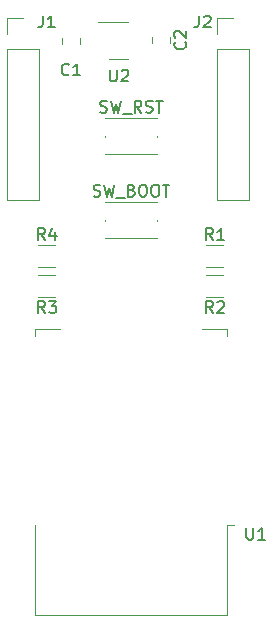
<source format=gbr>
%TF.GenerationSoftware,KiCad,Pcbnew,(6.0.5)*%
%TF.CreationDate,2022-06-15T23:30:51+02:00*%
%TF.ProjectId,picoESP12F,7069636f-4553-4503-9132-462e6b696361,rev?*%
%TF.SameCoordinates,Original*%
%TF.FileFunction,Legend,Top*%
%TF.FilePolarity,Positive*%
%FSLAX46Y46*%
G04 Gerber Fmt 4.6, Leading zero omitted, Abs format (unit mm)*
G04 Created by KiCad (PCBNEW (6.0.5)) date 2022-06-15 23:30:51*
%MOMM*%
%LPD*%
G01*
G04 APERTURE LIST*
%ADD10C,0.150000*%
%ADD11C,0.120000*%
G04 APERTURE END LIST*
D10*
%TO.C,SW_BOOT*%
X149233333Y-83298761D02*
X149376190Y-83346380D01*
X149614285Y-83346380D01*
X149709523Y-83298761D01*
X149757142Y-83251142D01*
X149804761Y-83155904D01*
X149804761Y-83060666D01*
X149757142Y-82965428D01*
X149709523Y-82917809D01*
X149614285Y-82870190D01*
X149423809Y-82822571D01*
X149328571Y-82774952D01*
X149280952Y-82727333D01*
X149233333Y-82632095D01*
X149233333Y-82536857D01*
X149280952Y-82441619D01*
X149328571Y-82394000D01*
X149423809Y-82346380D01*
X149661904Y-82346380D01*
X149804761Y-82394000D01*
X150138095Y-82346380D02*
X150376190Y-83346380D01*
X150566666Y-82632095D01*
X150757142Y-83346380D01*
X150995238Y-82346380D01*
X151138095Y-83441619D02*
X151900000Y-83441619D01*
X152471428Y-82822571D02*
X152614285Y-82870190D01*
X152661904Y-82917809D01*
X152709523Y-83013047D01*
X152709523Y-83155904D01*
X152661904Y-83251142D01*
X152614285Y-83298761D01*
X152519047Y-83346380D01*
X152138095Y-83346380D01*
X152138095Y-82346380D01*
X152471428Y-82346380D01*
X152566666Y-82394000D01*
X152614285Y-82441619D01*
X152661904Y-82536857D01*
X152661904Y-82632095D01*
X152614285Y-82727333D01*
X152566666Y-82774952D01*
X152471428Y-82822571D01*
X152138095Y-82822571D01*
X153328571Y-82346380D02*
X153519047Y-82346380D01*
X153614285Y-82394000D01*
X153709523Y-82489238D01*
X153757142Y-82679714D01*
X153757142Y-83013047D01*
X153709523Y-83203523D01*
X153614285Y-83298761D01*
X153519047Y-83346380D01*
X153328571Y-83346380D01*
X153233333Y-83298761D01*
X153138095Y-83203523D01*
X153090476Y-83013047D01*
X153090476Y-82679714D01*
X153138095Y-82489238D01*
X153233333Y-82394000D01*
X153328571Y-82346380D01*
X154376190Y-82346380D02*
X154566666Y-82346380D01*
X154661904Y-82394000D01*
X154757142Y-82489238D01*
X154804761Y-82679714D01*
X154804761Y-83013047D01*
X154757142Y-83203523D01*
X154661904Y-83298761D01*
X154566666Y-83346380D01*
X154376190Y-83346380D01*
X154280952Y-83298761D01*
X154185714Y-83203523D01*
X154138095Y-83013047D01*
X154138095Y-82679714D01*
X154185714Y-82489238D01*
X154280952Y-82394000D01*
X154376190Y-82346380D01*
X155090476Y-82346380D02*
X155661904Y-82346380D01*
X155376190Y-83346380D02*
X155376190Y-82346380D01*
%TO.C,SW_RST*%
X149804761Y-76186761D02*
X149947619Y-76234380D01*
X150185714Y-76234380D01*
X150280952Y-76186761D01*
X150328571Y-76139142D01*
X150376190Y-76043904D01*
X150376190Y-75948666D01*
X150328571Y-75853428D01*
X150280952Y-75805809D01*
X150185714Y-75758190D01*
X149995238Y-75710571D01*
X149900000Y-75662952D01*
X149852380Y-75615333D01*
X149804761Y-75520095D01*
X149804761Y-75424857D01*
X149852380Y-75329619D01*
X149900000Y-75282000D01*
X149995238Y-75234380D01*
X150233333Y-75234380D01*
X150376190Y-75282000D01*
X150709523Y-75234380D02*
X150947619Y-76234380D01*
X151138095Y-75520095D01*
X151328571Y-76234380D01*
X151566666Y-75234380D01*
X151709523Y-76329619D02*
X152471428Y-76329619D01*
X153280952Y-76234380D02*
X152947619Y-75758190D01*
X152709523Y-76234380D02*
X152709523Y-75234380D01*
X153090476Y-75234380D01*
X153185714Y-75282000D01*
X153233333Y-75329619D01*
X153280952Y-75424857D01*
X153280952Y-75567714D01*
X153233333Y-75662952D01*
X153185714Y-75710571D01*
X153090476Y-75758190D01*
X152709523Y-75758190D01*
X153661904Y-76186761D02*
X153804761Y-76234380D01*
X154042857Y-76234380D01*
X154138095Y-76186761D01*
X154185714Y-76139142D01*
X154233333Y-76043904D01*
X154233333Y-75948666D01*
X154185714Y-75853428D01*
X154138095Y-75805809D01*
X154042857Y-75758190D01*
X153852380Y-75710571D01*
X153757142Y-75662952D01*
X153709523Y-75615333D01*
X153661904Y-75520095D01*
X153661904Y-75424857D01*
X153709523Y-75329619D01*
X153757142Y-75282000D01*
X153852380Y-75234380D01*
X154090476Y-75234380D01*
X154233333Y-75282000D01*
X154519047Y-75234380D02*
X155090476Y-75234380D01*
X154804761Y-76234380D02*
X154804761Y-75234380D01*
%TO.C,R4*%
X145121333Y-87024380D02*
X144788000Y-86548190D01*
X144549904Y-87024380D02*
X144549904Y-86024380D01*
X144930857Y-86024380D01*
X145026095Y-86072000D01*
X145073714Y-86119619D01*
X145121333Y-86214857D01*
X145121333Y-86357714D01*
X145073714Y-86452952D01*
X145026095Y-86500571D01*
X144930857Y-86548190D01*
X144549904Y-86548190D01*
X145978476Y-86357714D02*
X145978476Y-87024380D01*
X145740380Y-85976761D02*
X145502285Y-86691047D01*
X146121333Y-86691047D01*
%TO.C,R3*%
X145121333Y-93204380D02*
X144788000Y-92728190D01*
X144549904Y-93204380D02*
X144549904Y-92204380D01*
X144930857Y-92204380D01*
X145026095Y-92252000D01*
X145073714Y-92299619D01*
X145121333Y-92394857D01*
X145121333Y-92537714D01*
X145073714Y-92632952D01*
X145026095Y-92680571D01*
X144930857Y-92728190D01*
X144549904Y-92728190D01*
X145454666Y-92204380D02*
X146073714Y-92204380D01*
X145740380Y-92585333D01*
X145883238Y-92585333D01*
X145978476Y-92632952D01*
X146026095Y-92680571D01*
X146073714Y-92775809D01*
X146073714Y-93013904D01*
X146026095Y-93109142D01*
X145978476Y-93156761D01*
X145883238Y-93204380D01*
X145597523Y-93204380D01*
X145502285Y-93156761D01*
X145454666Y-93109142D01*
%TO.C,R2*%
X159345333Y-93204380D02*
X159012000Y-92728190D01*
X158773904Y-93204380D02*
X158773904Y-92204380D01*
X159154857Y-92204380D01*
X159250095Y-92252000D01*
X159297714Y-92299619D01*
X159345333Y-92394857D01*
X159345333Y-92537714D01*
X159297714Y-92632952D01*
X159250095Y-92680571D01*
X159154857Y-92728190D01*
X158773904Y-92728190D01*
X159726285Y-92299619D02*
X159773904Y-92252000D01*
X159869142Y-92204380D01*
X160107238Y-92204380D01*
X160202476Y-92252000D01*
X160250095Y-92299619D01*
X160297714Y-92394857D01*
X160297714Y-92490095D01*
X160250095Y-92632952D01*
X159678666Y-93204380D01*
X160297714Y-93204380D01*
%TO.C,R1*%
X159345333Y-87024380D02*
X159012000Y-86548190D01*
X158773904Y-87024380D02*
X158773904Y-86024380D01*
X159154857Y-86024380D01*
X159250095Y-86072000D01*
X159297714Y-86119619D01*
X159345333Y-86214857D01*
X159345333Y-86357714D01*
X159297714Y-86452952D01*
X159250095Y-86500571D01*
X159154857Y-86548190D01*
X158773904Y-86548190D01*
X160297714Y-87024380D02*
X159726285Y-87024380D01*
X160012000Y-87024380D02*
X160012000Y-86024380D01*
X159916761Y-86167238D01*
X159821523Y-86262476D01*
X159726285Y-86310095D01*
%TO.C,U2*%
X150622095Y-72604380D02*
X150622095Y-73413904D01*
X150669714Y-73509142D01*
X150717333Y-73556761D01*
X150812571Y-73604380D01*
X151003047Y-73604380D01*
X151098285Y-73556761D01*
X151145904Y-73509142D01*
X151193523Y-73413904D01*
X151193523Y-72604380D01*
X151622095Y-72699619D02*
X151669714Y-72652000D01*
X151764952Y-72604380D01*
X152003047Y-72604380D01*
X152098285Y-72652000D01*
X152145904Y-72699619D01*
X152193523Y-72794857D01*
X152193523Y-72890095D01*
X152145904Y-73032952D01*
X151574476Y-73604380D01*
X152193523Y-73604380D01*
%TO.C,U1*%
X162178095Y-111392380D02*
X162178095Y-112201904D01*
X162225714Y-112297142D01*
X162273333Y-112344761D01*
X162368571Y-112392380D01*
X162559047Y-112392380D01*
X162654285Y-112344761D01*
X162701904Y-112297142D01*
X162749523Y-112201904D01*
X162749523Y-111392380D01*
X163749523Y-112392380D02*
X163178095Y-112392380D01*
X163463809Y-112392380D02*
X163463809Y-111392380D01*
X163368571Y-111535238D01*
X163273333Y-111630476D01*
X163178095Y-111678095D01*
%TO.C,J2*%
X158162666Y-68032380D02*
X158162666Y-68746666D01*
X158115047Y-68889523D01*
X158019809Y-68984761D01*
X157876952Y-69032380D01*
X157781714Y-69032380D01*
X158591238Y-68127619D02*
X158638857Y-68080000D01*
X158734095Y-68032380D01*
X158972190Y-68032380D01*
X159067428Y-68080000D01*
X159115047Y-68127619D01*
X159162666Y-68222857D01*
X159162666Y-68318095D01*
X159115047Y-68460952D01*
X158543619Y-69032380D01*
X159162666Y-69032380D01*
%TO.C,J1*%
X144954666Y-68032380D02*
X144954666Y-68746666D01*
X144907047Y-68889523D01*
X144811809Y-68984761D01*
X144668952Y-69032380D01*
X144573714Y-69032380D01*
X145954666Y-69032380D02*
X145383238Y-69032380D01*
X145668952Y-69032380D02*
X145668952Y-68032380D01*
X145573714Y-68175238D01*
X145478476Y-68270476D01*
X145383238Y-68318095D01*
%TO.C,C2*%
X156977142Y-70270666D02*
X157024761Y-70318285D01*
X157072380Y-70461142D01*
X157072380Y-70556380D01*
X157024761Y-70699238D01*
X156929523Y-70794476D01*
X156834285Y-70842095D01*
X156643809Y-70889714D01*
X156500952Y-70889714D01*
X156310476Y-70842095D01*
X156215238Y-70794476D01*
X156120000Y-70699238D01*
X156072380Y-70556380D01*
X156072380Y-70461142D01*
X156120000Y-70318285D01*
X156167619Y-70270666D01*
X156167619Y-69889714D02*
X156120000Y-69842095D01*
X156072380Y-69746857D01*
X156072380Y-69508761D01*
X156120000Y-69413523D01*
X156167619Y-69365904D01*
X156262857Y-69318285D01*
X156358095Y-69318285D01*
X156500952Y-69365904D01*
X157072380Y-69937333D01*
X157072380Y-69318285D01*
%TO.C,C1*%
X147153333Y-73001142D02*
X147105714Y-73048761D01*
X146962857Y-73096380D01*
X146867619Y-73096380D01*
X146724761Y-73048761D01*
X146629523Y-72953523D01*
X146581904Y-72858285D01*
X146534285Y-72667809D01*
X146534285Y-72524952D01*
X146581904Y-72334476D01*
X146629523Y-72239238D01*
X146724761Y-72144000D01*
X146867619Y-72096380D01*
X146962857Y-72096380D01*
X147105714Y-72144000D01*
X147153333Y-72191619D01*
X148105714Y-73096380D02*
X147534285Y-73096380D01*
X147820000Y-73096380D02*
X147820000Y-72096380D01*
X147724761Y-72239238D01*
X147629523Y-72334476D01*
X147534285Y-72382095D01*
D11*
%TO.C,SW_BOOT*%
X154600000Y-85394000D02*
X154600000Y-85294000D01*
X150200000Y-86894000D02*
X154600000Y-86894000D01*
X150200000Y-85394000D02*
X150200000Y-85294000D01*
X154600000Y-83794000D02*
X150200000Y-83794000D01*
%TO.C,SW_RST*%
X154600000Y-78282000D02*
X154600000Y-78182000D01*
X150200000Y-79782000D02*
X154600000Y-79782000D01*
X150200000Y-78282000D02*
X150200000Y-78182000D01*
X154600000Y-76682000D02*
X150200000Y-76682000D01*
%TO.C,R4*%
X144560936Y-89302000D02*
X146015064Y-89302000D01*
X144560936Y-87482000D02*
X146015064Y-87482000D01*
%TO.C,R3*%
X146015064Y-90022000D02*
X144560936Y-90022000D01*
X146015064Y-91842000D02*
X144560936Y-91842000D01*
%TO.C,R2*%
X160239064Y-90022000D02*
X158784936Y-90022000D01*
X160239064Y-91842000D02*
X158784936Y-91842000D01*
%TO.C,R1*%
X158784936Y-89302000D02*
X160239064Y-89302000D01*
X158784936Y-87482000D02*
X160239064Y-87482000D01*
%TO.C,U2*%
X151384000Y-71664000D02*
X150584000Y-71664000D01*
X151384000Y-68544000D02*
X149584000Y-68544000D01*
X151384000Y-68544000D02*
X152184000Y-68544000D01*
X151384000Y-71664000D02*
X152184000Y-71664000D01*
%TO.C,U1*%
X160500000Y-94560000D02*
X160500000Y-95180000D01*
X144260000Y-118800000D02*
X144260000Y-111180000D01*
X160500000Y-111180000D02*
X160500000Y-118800000D01*
X160500000Y-118800000D02*
X144260000Y-118800000D01*
X144260000Y-94560000D02*
X146380000Y-94560000D01*
X160500000Y-111180000D02*
X161110000Y-111180000D01*
X158380000Y-94560000D02*
X160500000Y-94560000D01*
X144260000Y-95180000D02*
X144260000Y-94560000D01*
%TO.C,J2*%
X162366000Y-70866000D02*
X162366000Y-83626000D01*
X159706000Y-83626000D02*
X162366000Y-83626000D01*
X159706000Y-70866000D02*
X162366000Y-70866000D01*
X159706000Y-68266000D02*
X161036000Y-68266000D01*
X159706000Y-69596000D02*
X159706000Y-68266000D01*
X159706000Y-70866000D02*
X159706000Y-83626000D01*
%TO.C,J1*%
X144586000Y-70866000D02*
X144586000Y-83626000D01*
X141926000Y-83626000D02*
X144586000Y-83626000D01*
X141926000Y-70866000D02*
X144586000Y-70866000D01*
X141926000Y-68266000D02*
X143256000Y-68266000D01*
X141926000Y-69596000D02*
X141926000Y-68266000D01*
X141926000Y-70866000D02*
X141926000Y-83626000D01*
%TO.C,C2*%
X154205000Y-69842748D02*
X154205000Y-70365252D01*
X155675000Y-69842748D02*
X155675000Y-70365252D01*
%TO.C,C1*%
X146585000Y-69908748D02*
X146585000Y-70431252D01*
X148055000Y-69908748D02*
X148055000Y-70431252D01*
%TD*%
M02*

</source>
